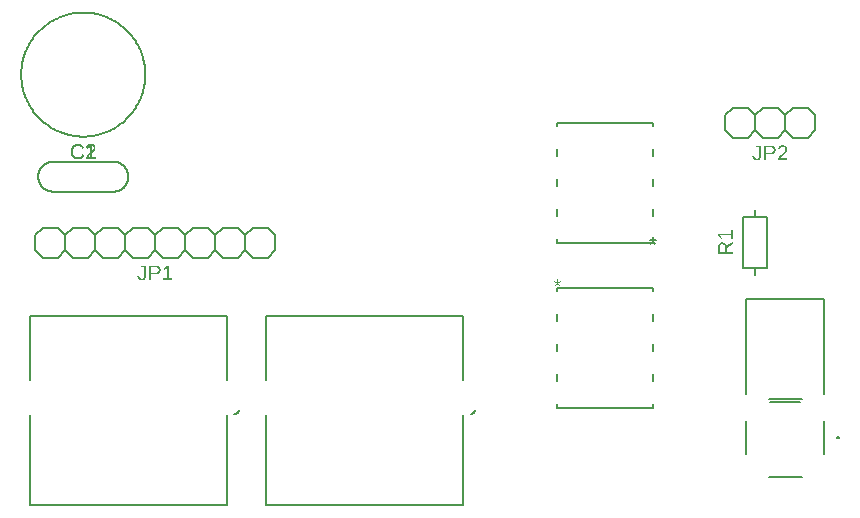
<source format=gbr>
G04 EAGLE Gerber RS-274X export*
G75*
%MOMM*%
%FSLAX34Y34*%
%LPD*%
%INSilkscreen Top*%
%IPPOS*%
%AMOC8*
5,1,8,0,0,1.08239X$1,22.5*%
G01*
G04 Define Apertures*
%ADD10C,0.127000*%
%ADD11C,0.152400*%
G36*
X61499Y311815D02*
X61041Y311827D01*
X60598Y311863D01*
X60171Y311924D01*
X59760Y312009D01*
X59364Y312118D01*
X58984Y312251D01*
X58620Y312408D01*
X58272Y312590D01*
X57941Y312794D01*
X57631Y313019D01*
X57341Y313265D01*
X57072Y313532D01*
X56822Y313819D01*
X56593Y314127D01*
X56385Y314456D01*
X56196Y314806D01*
X56029Y315174D01*
X55884Y315559D01*
X55761Y315961D01*
X55661Y316379D01*
X55583Y316814D01*
X55527Y317265D01*
X55493Y317733D01*
X55482Y318217D01*
X55488Y318581D01*
X55507Y318935D01*
X55538Y319279D01*
X55582Y319613D01*
X55638Y319937D01*
X55706Y320251D01*
X55787Y320555D01*
X55881Y320849D01*
X55987Y321133D01*
X56105Y321407D01*
X56379Y321925D01*
X56703Y322404D01*
X57076Y322842D01*
X57494Y323234D01*
X57950Y323574D01*
X58192Y323724D01*
X58444Y323861D01*
X58706Y323985D01*
X58977Y324096D01*
X59257Y324195D01*
X59548Y324279D01*
X59848Y324351D01*
X60157Y324410D01*
X60476Y324456D01*
X60805Y324489D01*
X61143Y324508D01*
X61491Y324515D01*
X61973Y324503D01*
X62435Y324467D01*
X62877Y324406D01*
X63299Y324322D01*
X63701Y324214D01*
X64082Y324081D01*
X64443Y323925D01*
X64784Y323744D01*
X65103Y323540D01*
X65401Y323312D01*
X65677Y323061D01*
X65931Y322787D01*
X66163Y322490D01*
X66373Y322169D01*
X66562Y321825D01*
X66728Y321458D01*
X65143Y320932D01*
X65027Y321194D01*
X64896Y321439D01*
X64748Y321669D01*
X64583Y321883D01*
X64403Y322081D01*
X64206Y322263D01*
X63993Y322429D01*
X63763Y322579D01*
X63520Y322713D01*
X63266Y322828D01*
X63001Y322926D01*
X62724Y323006D01*
X62437Y323068D01*
X62138Y323113D01*
X61829Y323139D01*
X61508Y323148D01*
X61010Y323128D01*
X60540Y323066D01*
X60099Y322963D01*
X59686Y322819D01*
X59302Y322633D01*
X58946Y322407D01*
X58619Y322139D01*
X58320Y321830D01*
X58053Y321485D01*
X57822Y321110D01*
X57626Y320704D01*
X57466Y320268D01*
X57341Y319801D01*
X57252Y319304D01*
X57199Y318776D01*
X57181Y318217D01*
X57200Y317664D01*
X57255Y317139D01*
X57348Y316641D01*
X57478Y316171D01*
X57645Y315729D01*
X57849Y315315D01*
X58090Y314928D01*
X58368Y314569D01*
X58678Y314246D01*
X59014Y313966D01*
X59376Y313729D01*
X59764Y313535D01*
X60178Y313384D01*
X60619Y313276D01*
X61085Y313211D01*
X61578Y313190D01*
X61897Y313200D01*
X62206Y313230D01*
X62505Y313280D01*
X62794Y313350D01*
X63073Y313441D01*
X63341Y313551D01*
X63600Y313681D01*
X63849Y313831D01*
X64087Y314002D01*
X64316Y314192D01*
X64534Y314403D01*
X64743Y314633D01*
X64941Y314884D01*
X65129Y315155D01*
X65307Y315445D01*
X65476Y315756D01*
X66842Y315073D01*
X66642Y314686D01*
X66422Y314324D01*
X66184Y313985D01*
X65926Y313669D01*
X65648Y313378D01*
X65352Y313111D01*
X65036Y312867D01*
X64701Y312647D01*
X64349Y312452D01*
X63983Y312283D01*
X63604Y312140D01*
X63210Y312023D01*
X62803Y311932D01*
X62383Y311867D01*
X61948Y311828D01*
X61499Y311815D01*
G37*
G36*
X76640Y311990D02*
X68906Y311990D01*
X68906Y313330D01*
X72051Y313330D01*
X72051Y322824D01*
X69265Y320836D01*
X69265Y322325D01*
X72182Y324331D01*
X73636Y324331D01*
X73636Y313330D01*
X76640Y313330D01*
X76640Y311990D01*
G37*
G36*
X123660Y209550D02*
X121987Y209550D01*
X121987Y221891D01*
X127181Y221891D01*
X127685Y221876D01*
X128160Y221830D01*
X128606Y221754D01*
X129022Y221648D01*
X129410Y221511D01*
X129767Y221344D01*
X130096Y221146D01*
X130395Y220919D01*
X130662Y220663D01*
X130893Y220383D01*
X131089Y220077D01*
X131249Y219747D01*
X131374Y219392D01*
X131463Y219012D01*
X131516Y218607D01*
X131534Y218177D01*
X131516Y217750D01*
X131462Y217346D01*
X131373Y216964D01*
X131248Y216605D01*
X131087Y216268D01*
X130891Y215954D01*
X130659Y215662D01*
X130391Y215392D01*
X130092Y215150D01*
X129768Y214940D01*
X129418Y214762D01*
X129043Y214617D01*
X128642Y214504D01*
X128216Y214423D01*
X127764Y214375D01*
X127286Y214358D01*
X123660Y214358D01*
X123660Y209550D01*
G37*
%LPC*%
G36*
X127049Y215681D02*
X127389Y215691D01*
X127706Y215720D01*
X128002Y215768D01*
X128276Y215836D01*
X128528Y215923D01*
X128757Y216030D01*
X128965Y216155D01*
X129152Y216301D01*
X129316Y216465D01*
X129458Y216649D01*
X129579Y216853D01*
X129677Y217075D01*
X129754Y217317D01*
X129808Y217579D01*
X129841Y217859D01*
X129852Y218160D01*
X129841Y218449D01*
X129807Y218720D01*
X129751Y218972D01*
X129673Y219206D01*
X129572Y219421D01*
X129448Y219617D01*
X129302Y219794D01*
X129134Y219953D01*
X128943Y220093D01*
X128730Y220214D01*
X128494Y220317D01*
X128236Y220401D01*
X127956Y220467D01*
X127653Y220513D01*
X127327Y220541D01*
X126979Y220551D01*
X123660Y220551D01*
X123660Y215681D01*
X127049Y215681D01*
G37*
%LPD*%
G36*
X141585Y209550D02*
X133851Y209550D01*
X133851Y210890D01*
X136995Y210890D01*
X136995Y220384D01*
X134210Y218396D01*
X134210Y219885D01*
X137126Y221891D01*
X138580Y221891D01*
X138580Y210890D01*
X141585Y210890D01*
X141585Y209550D01*
G37*
G36*
X115550Y209375D02*
X115168Y209388D01*
X114805Y209425D01*
X114463Y209489D01*
X114141Y209577D01*
X113839Y209691D01*
X113556Y209831D01*
X113294Y209995D01*
X113051Y210185D01*
X112828Y210400D01*
X112626Y210641D01*
X112443Y210907D01*
X112280Y211198D01*
X112137Y211514D01*
X112014Y211856D01*
X111910Y212223D01*
X111827Y212615D01*
X113465Y212887D01*
X113511Y212640D01*
X113568Y212407D01*
X113639Y212188D01*
X113721Y211983D01*
X113816Y211792D01*
X113923Y211614D01*
X114043Y211451D01*
X114174Y211302D01*
X114317Y211168D01*
X114468Y211053D01*
X114628Y210955D01*
X114796Y210875D01*
X114974Y210812D01*
X115160Y210768D01*
X115355Y210741D01*
X115558Y210732D01*
X115780Y210742D01*
X115990Y210772D01*
X116187Y210820D01*
X116373Y210889D01*
X116546Y210977D01*
X116708Y211085D01*
X116857Y211212D01*
X116995Y211359D01*
X117118Y211524D01*
X117225Y211708D01*
X117315Y211910D01*
X117389Y212130D01*
X117446Y212369D01*
X117487Y212626D01*
X117512Y212900D01*
X117520Y213194D01*
X117520Y220524D01*
X115147Y220524D01*
X115147Y221891D01*
X119184Y221891D01*
X119184Y213229D01*
X119169Y212792D01*
X119124Y212379D01*
X119048Y211990D01*
X118941Y211625D01*
X118805Y211284D01*
X118637Y210966D01*
X118440Y210673D01*
X118212Y210404D01*
X117958Y210163D01*
X117681Y209954D01*
X117382Y209777D01*
X117060Y209632D01*
X116716Y209520D01*
X116350Y209439D01*
X115961Y209391D01*
X115550Y209375D01*
G37*
G36*
X644360Y311150D02*
X642687Y311150D01*
X642687Y323491D01*
X647881Y323491D01*
X648385Y323476D01*
X648860Y323430D01*
X649306Y323354D01*
X649722Y323248D01*
X650110Y323111D01*
X650467Y322944D01*
X650796Y322746D01*
X651095Y322519D01*
X651362Y322263D01*
X651593Y321983D01*
X651789Y321677D01*
X651949Y321347D01*
X652074Y320992D01*
X652163Y320612D01*
X652216Y320207D01*
X652234Y319777D01*
X652216Y319350D01*
X652162Y318946D01*
X652073Y318564D01*
X651948Y318205D01*
X651787Y317868D01*
X651591Y317554D01*
X651359Y317262D01*
X651091Y316992D01*
X650792Y316750D01*
X650468Y316540D01*
X650118Y316362D01*
X649743Y316217D01*
X649342Y316104D01*
X648916Y316023D01*
X648464Y315975D01*
X647986Y315958D01*
X644360Y315958D01*
X644360Y311150D01*
G37*
%LPC*%
G36*
X647749Y317281D02*
X648089Y317291D01*
X648406Y317320D01*
X648702Y317368D01*
X648976Y317436D01*
X649228Y317523D01*
X649457Y317630D01*
X649665Y317755D01*
X649852Y317901D01*
X650016Y318065D01*
X650158Y318249D01*
X650279Y318453D01*
X650377Y318675D01*
X650454Y318917D01*
X650508Y319179D01*
X650541Y319459D01*
X650552Y319760D01*
X650541Y320049D01*
X650507Y320320D01*
X650451Y320572D01*
X650373Y320806D01*
X650272Y321021D01*
X650148Y321217D01*
X650002Y321394D01*
X649834Y321553D01*
X649643Y321693D01*
X649430Y321814D01*
X649194Y321917D01*
X648936Y322001D01*
X648656Y322067D01*
X648353Y322113D01*
X648027Y322141D01*
X647679Y322151D01*
X644360Y322151D01*
X644360Y317281D01*
X647749Y317281D01*
G37*
%LPD*%
G36*
X662258Y311150D02*
X654087Y311150D01*
X654087Y312262D01*
X654322Y312760D01*
X654582Y313227D01*
X654867Y313664D01*
X655177Y314071D01*
X655503Y314454D01*
X655837Y314818D01*
X656180Y315163D01*
X656530Y315490D01*
X657236Y316102D01*
X657936Y316668D01*
X658598Y317211D01*
X659193Y317754D01*
X659460Y318029D01*
X659700Y318310D01*
X659913Y318598D01*
X660099Y318893D01*
X660251Y319200D01*
X660359Y319528D01*
X660424Y319875D01*
X660445Y320241D01*
X660436Y320488D01*
X660408Y320721D01*
X660361Y320939D01*
X660296Y321143D01*
X660213Y321333D01*
X660110Y321509D01*
X659989Y321671D01*
X659850Y321818D01*
X659693Y321949D01*
X659523Y322063D01*
X659338Y322159D01*
X659138Y322238D01*
X658924Y322300D01*
X658695Y322343D01*
X658452Y322370D01*
X658194Y322378D01*
X657948Y322370D01*
X657713Y322344D01*
X657489Y322301D01*
X657276Y322242D01*
X657074Y322165D01*
X656883Y322071D01*
X656703Y321959D01*
X656535Y321831D01*
X656380Y321687D01*
X656242Y321530D01*
X656121Y321358D01*
X656017Y321173D01*
X655929Y320974D01*
X655859Y320761D01*
X655805Y320534D01*
X655768Y320294D01*
X654157Y320443D01*
X654215Y320803D01*
X654301Y321145D01*
X654415Y321468D01*
X654558Y321772D01*
X654730Y322057D01*
X654929Y322323D01*
X655157Y322570D01*
X655413Y322799D01*
X655693Y323004D01*
X655993Y323182D01*
X656312Y323333D01*
X656649Y323456D01*
X657007Y323552D01*
X657383Y323620D01*
X657779Y323661D01*
X658194Y323675D01*
X658647Y323661D01*
X659073Y323620D01*
X659472Y323551D01*
X659844Y323455D01*
X660189Y323331D01*
X660507Y323180D01*
X660798Y323001D01*
X661063Y322794D01*
X661298Y322563D01*
X661501Y322308D01*
X661674Y322030D01*
X661815Y321729D01*
X661925Y321405D01*
X662003Y321058D01*
X662050Y320687D01*
X662066Y320294D01*
X662045Y319935D01*
X661983Y319578D01*
X661881Y319222D01*
X661737Y318866D01*
X661553Y318512D01*
X661329Y318157D01*
X661065Y317802D01*
X660761Y317447D01*
X660363Y317044D01*
X659817Y316543D01*
X659123Y315945D01*
X658282Y315249D01*
X657804Y314847D01*
X657378Y314466D01*
X657003Y314105D01*
X656679Y313764D01*
X656402Y313437D01*
X656167Y313115D01*
X655973Y312800D01*
X655821Y312490D01*
X662258Y312490D01*
X662258Y311150D01*
G37*
G36*
X636250Y310975D02*
X635868Y310988D01*
X635505Y311025D01*
X635163Y311089D01*
X634841Y311177D01*
X634539Y311291D01*
X634256Y311431D01*
X633994Y311595D01*
X633751Y311785D01*
X633528Y312000D01*
X633326Y312241D01*
X633143Y312507D01*
X632980Y312798D01*
X632837Y313114D01*
X632714Y313456D01*
X632610Y313823D01*
X632527Y314215D01*
X634165Y314487D01*
X634211Y314240D01*
X634268Y314007D01*
X634339Y313788D01*
X634421Y313583D01*
X634516Y313392D01*
X634623Y313214D01*
X634743Y313051D01*
X634874Y312902D01*
X635017Y312768D01*
X635168Y312653D01*
X635328Y312555D01*
X635496Y312475D01*
X635674Y312412D01*
X635860Y312368D01*
X636055Y312341D01*
X636258Y312332D01*
X636480Y312342D01*
X636690Y312372D01*
X636887Y312420D01*
X637073Y312489D01*
X637246Y312577D01*
X637408Y312685D01*
X637557Y312812D01*
X637695Y312959D01*
X637818Y313124D01*
X637925Y313308D01*
X638015Y313510D01*
X638089Y313730D01*
X638146Y313969D01*
X638187Y314226D01*
X638212Y314500D01*
X638220Y314794D01*
X638220Y322124D01*
X635847Y322124D01*
X635847Y323491D01*
X639884Y323491D01*
X639884Y314829D01*
X639869Y314392D01*
X639824Y313979D01*
X639748Y313590D01*
X639641Y313225D01*
X639505Y312884D01*
X639337Y312566D01*
X639140Y312273D01*
X638912Y312004D01*
X638658Y311763D01*
X638381Y311554D01*
X638082Y311377D01*
X637760Y311232D01*
X637416Y311120D01*
X637050Y311039D01*
X636661Y310991D01*
X636250Y310975D01*
G37*
G36*
X615950Y231303D02*
X603609Y231303D01*
X603609Y237110D01*
X603624Y237616D01*
X603668Y238092D01*
X603740Y238539D01*
X603842Y238957D01*
X603974Y239344D01*
X604134Y239702D01*
X604323Y240030D01*
X604542Y240328D01*
X604787Y240594D01*
X605054Y240825D01*
X605344Y241020D01*
X605658Y241179D01*
X605994Y241303D01*
X606353Y241392D01*
X606734Y241445D01*
X607139Y241463D01*
X607476Y241450D01*
X607799Y241413D01*
X608109Y241350D01*
X608405Y241262D01*
X608687Y241150D01*
X608955Y241012D01*
X609210Y240849D01*
X609451Y240661D01*
X609675Y240451D01*
X609877Y240222D01*
X610057Y239975D01*
X610123Y239864D01*
X610215Y239708D01*
X610352Y239422D01*
X610468Y239117D01*
X610561Y238793D01*
X610634Y238450D01*
X612897Y239941D01*
X615950Y241953D01*
X615950Y240026D01*
X610826Y236821D01*
X610826Y232976D01*
X615950Y232976D01*
X615950Y231303D01*
G37*
%LPC*%
G36*
X609504Y232976D02*
X609504Y237013D01*
X609494Y237335D01*
X609465Y237637D01*
X609417Y237921D01*
X609349Y238186D01*
X609263Y238432D01*
X609156Y238660D01*
X609031Y238868D01*
X608886Y239058D01*
X608724Y239228D01*
X608547Y239375D01*
X608354Y239499D01*
X608145Y239600D01*
X607921Y239679D01*
X607682Y239736D01*
X607427Y239770D01*
X607156Y239781D01*
X606895Y239770D01*
X606650Y239735D01*
X606421Y239678D01*
X606207Y239598D01*
X606010Y239495D01*
X605829Y239370D01*
X605663Y239221D01*
X605514Y239050D01*
X605382Y238857D01*
X605267Y238644D01*
X605170Y238411D01*
X605091Y238157D01*
X605029Y237884D01*
X604985Y237590D01*
X604958Y237277D01*
X604949Y236943D01*
X604949Y232976D01*
X609504Y232976D01*
G37*
%LPD*%
G36*
X615950Y244166D02*
X614610Y244166D01*
X614610Y247311D01*
X605116Y247311D01*
X607104Y244525D01*
X605615Y244525D01*
X603609Y247442D01*
X603609Y248896D01*
X614610Y248896D01*
X614610Y251900D01*
X615950Y251900D01*
X615950Y244166D01*
G37*
G36*
X549703Y239469D02*
X548389Y241729D01*
X547023Y239487D01*
X545980Y240118D01*
X547636Y242290D01*
X545183Y242929D01*
X545577Y244103D01*
X547916Y243166D01*
X547811Y245767D01*
X549002Y245767D01*
X548888Y243183D01*
X551200Y244085D01*
X551595Y242929D01*
X549125Y242290D01*
X550745Y240100D01*
X549703Y239469D01*
G37*
G36*
X468945Y204417D02*
X467632Y206677D01*
X466265Y204435D01*
X465223Y205066D01*
X466878Y207238D01*
X464426Y207877D01*
X464820Y209051D01*
X467159Y208114D01*
X467054Y210715D01*
X468245Y210715D01*
X468131Y208131D01*
X470443Y209033D01*
X470837Y207877D01*
X468367Y207238D01*
X469988Y205048D01*
X468945Y204417D01*
G37*
G36*
X61499Y312245D02*
X61041Y312257D01*
X60598Y312293D01*
X60171Y312354D01*
X59760Y312439D01*
X59364Y312548D01*
X58984Y312681D01*
X58620Y312838D01*
X58272Y313020D01*
X57941Y313224D01*
X57631Y313449D01*
X57341Y313695D01*
X57072Y313962D01*
X56822Y314249D01*
X56593Y314557D01*
X56385Y314886D01*
X56196Y315236D01*
X56029Y315604D01*
X55884Y315989D01*
X55761Y316391D01*
X55661Y316809D01*
X55583Y317244D01*
X55527Y317695D01*
X55493Y318163D01*
X55482Y318647D01*
X55488Y319011D01*
X55507Y319365D01*
X55538Y319709D01*
X55582Y320043D01*
X55638Y320367D01*
X55706Y320681D01*
X55787Y320985D01*
X55881Y321279D01*
X55987Y321563D01*
X56105Y321837D01*
X56379Y322355D01*
X56703Y322834D01*
X57076Y323272D01*
X57494Y323664D01*
X57950Y324004D01*
X58192Y324154D01*
X58444Y324291D01*
X58706Y324415D01*
X58977Y324526D01*
X59257Y324625D01*
X59548Y324709D01*
X59848Y324781D01*
X60157Y324840D01*
X60476Y324886D01*
X60805Y324919D01*
X61143Y324938D01*
X61491Y324945D01*
X61973Y324933D01*
X62435Y324897D01*
X62877Y324836D01*
X63299Y324752D01*
X63701Y324644D01*
X64082Y324511D01*
X64443Y324355D01*
X64784Y324174D01*
X65103Y323970D01*
X65401Y323742D01*
X65677Y323491D01*
X65931Y323217D01*
X66163Y322920D01*
X66373Y322599D01*
X66562Y322255D01*
X66728Y321888D01*
X65143Y321362D01*
X65027Y321624D01*
X64896Y321869D01*
X64748Y322099D01*
X64583Y322313D01*
X64403Y322511D01*
X64206Y322693D01*
X63993Y322859D01*
X63763Y323009D01*
X63520Y323143D01*
X63266Y323258D01*
X63001Y323356D01*
X62724Y323436D01*
X62437Y323498D01*
X62138Y323543D01*
X61829Y323569D01*
X61508Y323578D01*
X61010Y323558D01*
X60540Y323496D01*
X60099Y323393D01*
X59686Y323249D01*
X59302Y323063D01*
X58946Y322837D01*
X58619Y322569D01*
X58320Y322260D01*
X58053Y321915D01*
X57822Y321540D01*
X57626Y321134D01*
X57466Y320698D01*
X57341Y320231D01*
X57252Y319734D01*
X57199Y319206D01*
X57181Y318647D01*
X57200Y318094D01*
X57255Y317569D01*
X57348Y317071D01*
X57478Y316601D01*
X57645Y316159D01*
X57849Y315745D01*
X58090Y315358D01*
X58368Y314999D01*
X58678Y314676D01*
X59014Y314396D01*
X59376Y314159D01*
X59764Y313965D01*
X60178Y313814D01*
X60619Y313706D01*
X61085Y313641D01*
X61578Y313620D01*
X61897Y313630D01*
X62206Y313660D01*
X62505Y313710D01*
X62794Y313780D01*
X63073Y313871D01*
X63341Y313981D01*
X63600Y314111D01*
X63849Y314261D01*
X64087Y314432D01*
X64316Y314622D01*
X64534Y314833D01*
X64743Y315063D01*
X64941Y315314D01*
X65129Y315585D01*
X65307Y315875D01*
X65476Y316186D01*
X66842Y315503D01*
X66642Y315116D01*
X66422Y314754D01*
X66184Y314415D01*
X65926Y314099D01*
X65648Y313808D01*
X65352Y313541D01*
X65036Y313297D01*
X64701Y313077D01*
X64349Y312882D01*
X63983Y312713D01*
X63604Y312570D01*
X63210Y312453D01*
X62803Y312362D01*
X62383Y312297D01*
X61948Y312258D01*
X61499Y312245D01*
G37*
G36*
X76614Y312420D02*
X68442Y312420D01*
X68442Y313532D01*
X68678Y314030D01*
X68938Y314497D01*
X69223Y314934D01*
X69533Y315341D01*
X69859Y315724D01*
X70193Y316088D01*
X70535Y316433D01*
X70886Y316760D01*
X71592Y317372D01*
X72292Y317938D01*
X72954Y318481D01*
X73548Y319024D01*
X73815Y319299D01*
X74055Y319580D01*
X74268Y319868D01*
X74455Y320163D01*
X74606Y320470D01*
X74714Y320798D01*
X74779Y321145D01*
X74801Y321511D01*
X74792Y321758D01*
X74764Y321991D01*
X74717Y322209D01*
X74652Y322413D01*
X74568Y322603D01*
X74466Y322779D01*
X74345Y322941D01*
X74205Y323088D01*
X74049Y323219D01*
X73878Y323333D01*
X73693Y323429D01*
X73494Y323508D01*
X73279Y323570D01*
X73051Y323613D01*
X72808Y323640D01*
X72550Y323648D01*
X72304Y323640D01*
X72068Y323614D01*
X71844Y323571D01*
X71631Y323512D01*
X71429Y323435D01*
X71239Y323341D01*
X71059Y323229D01*
X70890Y323101D01*
X70735Y322957D01*
X70598Y322800D01*
X70477Y322628D01*
X70372Y322443D01*
X70285Y322244D01*
X70214Y322031D01*
X70161Y321804D01*
X70124Y321564D01*
X68512Y321713D01*
X68570Y322073D01*
X68656Y322415D01*
X68771Y322738D01*
X68914Y323042D01*
X69085Y323327D01*
X69285Y323593D01*
X69513Y323840D01*
X69769Y324069D01*
X70049Y324274D01*
X70348Y324452D01*
X70667Y324603D01*
X71005Y324726D01*
X71362Y324822D01*
X71739Y324890D01*
X72135Y324931D01*
X72550Y324945D01*
X73003Y324931D01*
X73429Y324890D01*
X73828Y324821D01*
X74200Y324725D01*
X74545Y324601D01*
X74863Y324450D01*
X75154Y324271D01*
X75418Y324064D01*
X75653Y323833D01*
X75857Y323578D01*
X76029Y323300D01*
X76170Y322999D01*
X76280Y322675D01*
X76358Y322328D01*
X76405Y321957D01*
X76421Y321564D01*
X76401Y321205D01*
X76339Y320848D01*
X76236Y320492D01*
X76093Y320136D01*
X75909Y319782D01*
X75684Y319427D01*
X75420Y319072D01*
X75116Y318717D01*
X74718Y318314D01*
X74172Y317813D01*
X73479Y317215D01*
X72637Y316519D01*
X72160Y316117D01*
X71733Y315736D01*
X71358Y315375D01*
X71035Y315034D01*
X70758Y314707D01*
X70522Y314385D01*
X70329Y314070D01*
X70176Y313760D01*
X76614Y313760D01*
X76614Y312420D01*
G37*
D10*
X13540Y383540D02*
X13556Y384828D01*
X13603Y386116D01*
X13682Y387402D01*
X13793Y388686D01*
X13935Y389967D01*
X14108Y391243D01*
X14313Y392515D01*
X14549Y393782D01*
X14816Y395043D01*
X15113Y396296D01*
X15442Y397542D01*
X15801Y398780D01*
X16190Y400008D01*
X16609Y401227D01*
X17058Y402434D01*
X17536Y403631D01*
X18044Y404815D01*
X18581Y405987D01*
X19146Y407145D01*
X19739Y408288D01*
X20360Y409417D01*
X21009Y410530D01*
X21685Y411627D01*
X22388Y412707D01*
X23117Y413770D01*
X23872Y414814D01*
X24652Y415840D01*
X25457Y416846D01*
X26287Y417832D01*
X27140Y418797D01*
X28017Y419741D01*
X28917Y420663D01*
X29839Y421563D01*
X30783Y422440D01*
X31748Y423293D01*
X32734Y424123D01*
X33740Y424928D01*
X34766Y425708D01*
X35810Y426463D01*
X36873Y427192D01*
X37953Y427895D01*
X39050Y428571D01*
X40163Y429220D01*
X41292Y429841D01*
X42435Y430434D01*
X43593Y430999D01*
X44765Y431536D01*
X45949Y432044D01*
X47146Y432522D01*
X48353Y432971D01*
X49572Y433390D01*
X50800Y433779D01*
X52038Y434138D01*
X53284Y434467D01*
X54537Y434764D01*
X55798Y435031D01*
X57065Y435267D01*
X58337Y435472D01*
X59613Y435645D01*
X60894Y435787D01*
X62178Y435898D01*
X63464Y435977D01*
X64752Y436024D01*
X66040Y436040D01*
X67328Y436024D01*
X68616Y435977D01*
X69902Y435898D01*
X71186Y435787D01*
X72467Y435645D01*
X73743Y435472D01*
X75015Y435267D01*
X76282Y435031D01*
X77543Y434764D01*
X78796Y434467D01*
X80042Y434138D01*
X81280Y433779D01*
X82508Y433390D01*
X83727Y432971D01*
X84934Y432522D01*
X86131Y432044D01*
X87315Y431536D01*
X88487Y430999D01*
X89645Y430434D01*
X90788Y429841D01*
X91917Y429220D01*
X93030Y428571D01*
X94127Y427895D01*
X95207Y427192D01*
X96270Y426463D01*
X97314Y425708D01*
X98340Y424928D01*
X99346Y424123D01*
X100332Y423293D01*
X101297Y422440D01*
X102241Y421563D01*
X103163Y420663D01*
X104063Y419741D01*
X104940Y418797D01*
X105793Y417832D01*
X106623Y416846D01*
X107428Y415840D01*
X108208Y414814D01*
X108963Y413770D01*
X109692Y412707D01*
X110395Y411627D01*
X111071Y410530D01*
X111720Y409417D01*
X112341Y408288D01*
X112934Y407145D01*
X113499Y405987D01*
X114036Y404815D01*
X114544Y403631D01*
X115022Y402434D01*
X115471Y401227D01*
X115890Y400008D01*
X116279Y398780D01*
X116638Y397542D01*
X116967Y396296D01*
X117264Y395043D01*
X117531Y393782D01*
X117767Y392515D01*
X117972Y391243D01*
X118145Y389967D01*
X118287Y388686D01*
X118398Y387402D01*
X118477Y386116D01*
X118524Y384828D01*
X118540Y383540D01*
X118524Y382252D01*
X118477Y380964D01*
X118398Y379678D01*
X118287Y378394D01*
X118145Y377113D01*
X117972Y375837D01*
X117767Y374565D01*
X117531Y373298D01*
X117264Y372037D01*
X116967Y370784D01*
X116638Y369538D01*
X116279Y368300D01*
X115890Y367072D01*
X115471Y365853D01*
X115022Y364646D01*
X114544Y363449D01*
X114036Y362265D01*
X113499Y361093D01*
X112934Y359935D01*
X112341Y358792D01*
X111720Y357663D01*
X111071Y356550D01*
X110395Y355453D01*
X109692Y354373D01*
X108963Y353310D01*
X108208Y352266D01*
X107428Y351240D01*
X106623Y350234D01*
X105793Y349248D01*
X104940Y348283D01*
X104063Y347339D01*
X103163Y346417D01*
X102241Y345517D01*
X101297Y344640D01*
X100332Y343787D01*
X99346Y342957D01*
X98340Y342152D01*
X97314Y341372D01*
X96270Y340617D01*
X95207Y339888D01*
X94127Y339185D01*
X93030Y338509D01*
X91917Y337860D01*
X90788Y337239D01*
X89645Y336646D01*
X88487Y336081D01*
X87315Y335544D01*
X86131Y335036D01*
X84934Y334558D01*
X83727Y334109D01*
X82508Y333690D01*
X81280Y333301D01*
X80042Y332942D01*
X78796Y332613D01*
X77543Y332316D01*
X76282Y332049D01*
X75015Y331813D01*
X73743Y331608D01*
X72467Y331435D01*
X71186Y331293D01*
X69902Y331182D01*
X68616Y331103D01*
X67328Y331056D01*
X66040Y331040D01*
X64752Y331056D01*
X63464Y331103D01*
X62178Y331182D01*
X60894Y331293D01*
X59613Y331435D01*
X58337Y331608D01*
X57065Y331813D01*
X55798Y332049D01*
X54537Y332316D01*
X53284Y332613D01*
X52038Y332942D01*
X50800Y333301D01*
X49572Y333690D01*
X48353Y334109D01*
X47146Y334558D01*
X45949Y335036D01*
X44765Y335544D01*
X43593Y336081D01*
X42435Y336646D01*
X41292Y337239D01*
X40163Y337860D01*
X39050Y338509D01*
X37953Y339185D01*
X36873Y339888D01*
X35810Y340617D01*
X34766Y341372D01*
X33740Y342152D01*
X32734Y342957D01*
X31748Y343787D01*
X30783Y344640D01*
X29839Y345517D01*
X28917Y346417D01*
X28017Y347339D01*
X27140Y348283D01*
X26287Y349248D01*
X25457Y350234D01*
X24652Y351240D01*
X23872Y352266D01*
X23117Y353310D01*
X22388Y354373D01*
X21685Y355453D01*
X21009Y356550D01*
X20360Y357663D01*
X19739Y358792D01*
X19146Y359935D01*
X18581Y361093D01*
X18044Y362265D01*
X17536Y363449D01*
X17058Y364646D01*
X16609Y365853D01*
X16190Y367072D01*
X15801Y368300D01*
X15442Y369538D01*
X15113Y370784D01*
X14816Y372037D01*
X14549Y373298D01*
X14313Y374565D01*
X14108Y375837D01*
X13935Y377113D01*
X13793Y378394D01*
X13682Y379678D01*
X13603Y380964D01*
X13556Y382252D01*
X13540Y383540D01*
D11*
X57150Y228600D02*
X69850Y228600D01*
X57150Y228600D02*
X50800Y234950D01*
X50800Y247650D01*
X57150Y254000D01*
X95250Y228600D02*
X101600Y234950D01*
X95250Y228600D02*
X82550Y228600D01*
X76200Y234950D01*
X76200Y247650D01*
X82550Y254000D01*
X95250Y254000D01*
X101600Y247650D01*
X76200Y234950D02*
X69850Y228600D01*
X76200Y247650D02*
X69850Y254000D01*
X57150Y254000D01*
X133350Y228600D02*
X146050Y228600D01*
X133350Y228600D02*
X127000Y234950D01*
X127000Y247650D01*
X133350Y254000D01*
X127000Y234950D02*
X120650Y228600D01*
X107950Y228600D01*
X101600Y234950D01*
X101600Y247650D01*
X107950Y254000D01*
X120650Y254000D01*
X127000Y247650D01*
X171450Y228600D02*
X177800Y234950D01*
X171450Y228600D02*
X158750Y228600D01*
X152400Y234950D01*
X152400Y247650D01*
X158750Y254000D01*
X171450Y254000D01*
X177800Y247650D01*
X152400Y234950D02*
X146050Y228600D01*
X152400Y247650D02*
X146050Y254000D01*
X133350Y254000D01*
X209550Y228600D02*
X222250Y228600D01*
X209550Y228600D02*
X203200Y234950D01*
X203200Y247650D01*
X209550Y254000D01*
X203200Y234950D02*
X196850Y228600D01*
X184150Y228600D01*
X177800Y234950D01*
X177800Y247650D01*
X184150Y254000D01*
X196850Y254000D01*
X203200Y247650D01*
X228600Y247650D02*
X228600Y234950D01*
X222250Y228600D01*
X228600Y247650D02*
X222250Y254000D01*
X209550Y254000D01*
X44450Y228600D02*
X31750Y228600D01*
X25400Y234950D01*
X25400Y247650D01*
X31750Y254000D01*
X50800Y234950D02*
X44450Y228600D01*
X50800Y247650D02*
X44450Y254000D01*
X31750Y254000D01*
X666750Y330200D02*
X679450Y330200D01*
X666750Y330200D02*
X660400Y336550D01*
X660400Y349250D01*
X666750Y355600D01*
X660400Y336550D02*
X654050Y330200D01*
X641350Y330200D01*
X635000Y336550D01*
X635000Y349250D01*
X641350Y355600D01*
X654050Y355600D01*
X660400Y349250D01*
X685800Y349250D02*
X685800Y336550D01*
X679450Y330200D01*
X685800Y349250D02*
X679450Y355600D01*
X666750Y355600D01*
X635000Y336550D02*
X628650Y330200D01*
X615950Y330200D01*
X609600Y336550D01*
X609600Y349250D01*
X615950Y355600D01*
X628650Y355600D01*
X635000Y349250D01*
D10*
X624850Y219700D02*
X645150Y219700D01*
X645150Y262900D01*
X624850Y262900D01*
X624850Y219700D01*
X635000Y219700D02*
X635000Y213940D01*
X635000Y262900D02*
X635000Y268660D01*
D11*
X548640Y342900D02*
X467360Y342900D01*
X467360Y339801D01*
X467360Y241300D02*
X548640Y241300D01*
X548640Y244069D01*
X548640Y263931D02*
X548640Y269799D01*
X548640Y289001D02*
X548640Y295199D01*
X548640Y314401D02*
X548640Y320599D01*
X548640Y339801D02*
X548640Y342900D01*
X467360Y320599D02*
X467360Y314401D01*
X467360Y295199D02*
X467360Y289001D01*
X467360Y269799D02*
X467360Y263601D01*
X467360Y244399D02*
X467360Y241300D01*
X467360Y101600D02*
X548640Y101600D01*
X548640Y104699D01*
X548640Y203200D02*
X467360Y203200D01*
X467360Y200431D01*
X467360Y180569D02*
X467360Y174701D01*
X467360Y155499D02*
X467360Y149301D01*
X467360Y130099D02*
X467360Y123901D01*
X467360Y104699D02*
X467360Y101600D01*
X548640Y123901D02*
X548640Y130099D01*
X548640Y149301D02*
X548640Y155499D01*
X548640Y174701D02*
X548640Y180899D01*
X548640Y200101D02*
X548640Y203200D01*
X387570Y19330D02*
X221030Y19330D01*
X387570Y19330D02*
X387570Y95530D01*
X387570Y178870D02*
X221030Y178870D01*
X221030Y124870D01*
X221030Y95530D02*
X221030Y19330D01*
X387570Y124870D02*
X387570Y178870D01*
X397669Y99318D02*
X397645Y99198D01*
X397617Y99079D01*
X397585Y98961D01*
X397549Y98844D01*
X397510Y98728D01*
X397467Y98614D01*
X397420Y98500D01*
X397370Y98389D01*
X397316Y98279D01*
X397259Y98171D01*
X397198Y98064D01*
X397134Y97960D01*
X397067Y97858D01*
X396996Y97758D01*
X396922Y97660D01*
X396846Y97565D01*
X396766Y97473D01*
X396683Y97382D01*
X396597Y97295D01*
X396509Y97210D01*
X396418Y97129D01*
X396324Y97050D01*
X396228Y96974D01*
X396130Y96901D01*
X396029Y96832D01*
X395926Y96766D01*
X395821Y96703D01*
X395714Y96643D01*
X395605Y96587D01*
X395495Y96535D01*
X395382Y96486D01*
X395269Y96440D01*
X395154Y96399D01*
X395037Y96361D01*
X394920Y96326D01*
X394801Y96296D01*
X394682Y96269D01*
X394562Y96246D01*
X394441Y96227D01*
X394319Y96212D01*
X394197Y96201D01*
X394075Y96194D01*
X187570Y19330D02*
X21030Y19330D01*
X187570Y19330D02*
X187570Y95530D01*
X187570Y178870D02*
X21030Y178870D01*
X21030Y124870D01*
X21030Y95530D02*
X21030Y19330D01*
X187570Y124870D02*
X187570Y178870D01*
X197669Y99318D02*
X197645Y99198D01*
X197617Y99079D01*
X197585Y98961D01*
X197549Y98844D01*
X197510Y98728D01*
X197467Y98614D01*
X197420Y98500D01*
X197370Y98389D01*
X197316Y98279D01*
X197259Y98171D01*
X197198Y98064D01*
X197134Y97960D01*
X197067Y97858D01*
X196996Y97758D01*
X196922Y97660D01*
X196846Y97565D01*
X196766Y97473D01*
X196683Y97382D01*
X196597Y97295D01*
X196509Y97210D01*
X196418Y97129D01*
X196324Y97050D01*
X196228Y96974D01*
X196130Y96901D01*
X196029Y96832D01*
X195926Y96766D01*
X195821Y96703D01*
X195714Y96643D01*
X195605Y96587D01*
X195495Y96535D01*
X195382Y96486D01*
X195269Y96440D01*
X195154Y96399D01*
X195037Y96361D01*
X194920Y96326D01*
X194801Y96296D01*
X194682Y96269D01*
X194562Y96246D01*
X194441Y96227D01*
X194319Y96212D01*
X194197Y96201D01*
X194075Y96194D01*
X647631Y106680D02*
X673169Y106680D01*
X693420Y112882D02*
X693420Y193802D01*
X627380Y193802D01*
X627380Y112882D01*
X646282Y43180D02*
X674518Y43180D01*
X693420Y62082D02*
X693420Y90318D01*
X674518Y109220D02*
X646282Y109220D01*
X627380Y90318D02*
X627380Y62082D01*
X704088Y76200D02*
X704090Y76146D01*
X704096Y76092D01*
X704105Y76038D01*
X704119Y75985D01*
X704136Y75934D01*
X704157Y75883D01*
X704181Y75835D01*
X704209Y75788D01*
X704240Y75743D01*
X704274Y75701D01*
X704311Y75661D01*
X704351Y75624D01*
X704393Y75590D01*
X704438Y75559D01*
X704485Y75531D01*
X704533Y75507D01*
X704584Y75486D01*
X704635Y75469D01*
X704688Y75455D01*
X704742Y75446D01*
X704796Y75440D01*
X704850Y75438D01*
X704904Y75440D01*
X704958Y75446D01*
X705012Y75455D01*
X705065Y75469D01*
X705116Y75486D01*
X705167Y75507D01*
X705215Y75531D01*
X705262Y75559D01*
X705307Y75590D01*
X705349Y75624D01*
X705389Y75661D01*
X705426Y75701D01*
X705460Y75743D01*
X705491Y75788D01*
X705519Y75835D01*
X705543Y75883D01*
X705564Y75934D01*
X705581Y75985D01*
X705595Y76038D01*
X705604Y76092D01*
X705610Y76146D01*
X705612Y76200D01*
X705610Y76254D01*
X705604Y76308D01*
X705595Y76362D01*
X705581Y76415D01*
X705564Y76466D01*
X705543Y76517D01*
X705519Y76565D01*
X705491Y76612D01*
X705460Y76657D01*
X705426Y76699D01*
X705389Y76739D01*
X705349Y76776D01*
X705307Y76810D01*
X705262Y76841D01*
X705215Y76869D01*
X705167Y76893D01*
X705116Y76914D01*
X705065Y76931D01*
X705012Y76945D01*
X704958Y76954D01*
X704904Y76960D01*
X704850Y76962D01*
X704796Y76960D01*
X704742Y76954D01*
X704688Y76945D01*
X704635Y76931D01*
X704584Y76914D01*
X704533Y76893D01*
X704485Y76869D01*
X704438Y76841D01*
X704393Y76810D01*
X704351Y76776D01*
X704311Y76739D01*
X704274Y76699D01*
X704240Y76657D01*
X704209Y76612D01*
X704181Y76565D01*
X704157Y76517D01*
X704136Y76466D01*
X704119Y76415D01*
X704105Y76362D01*
X704096Y76308D01*
X704090Y76254D01*
X704088Y76200D01*
X91440Y309880D02*
X40640Y309880D01*
X91440Y309880D02*
X91749Y309876D01*
X92058Y309865D01*
X92367Y309846D01*
X92675Y309820D01*
X92983Y309786D01*
X93289Y309745D01*
X93595Y309696D01*
X93899Y309640D01*
X94201Y309576D01*
X94502Y309505D01*
X94802Y309427D01*
X95099Y309342D01*
X95394Y309249D01*
X95687Y309149D01*
X95977Y309042D01*
X96264Y308928D01*
X96549Y308807D01*
X96831Y308679D01*
X97109Y308545D01*
X97384Y308403D01*
X97656Y308255D01*
X97923Y308100D01*
X98187Y307939D01*
X98447Y307772D01*
X98703Y307598D01*
X98955Y307418D01*
X99202Y307232D01*
X99444Y307040D01*
X99682Y306842D01*
X99915Y306639D01*
X100143Y306429D01*
X100365Y306215D01*
X100583Y305995D01*
X100795Y305769D01*
X101001Y305539D01*
X101202Y305304D01*
X101397Y305064D01*
X101586Y304819D01*
X101769Y304570D01*
X101946Y304316D01*
X102116Y304058D01*
X102281Y303796D01*
X102439Y303530D01*
X102590Y303260D01*
X102735Y302987D01*
X102873Y302710D01*
X103004Y302430D01*
X103128Y302147D01*
X103246Y301861D01*
X103356Y301572D01*
X103460Y301281D01*
X103556Y300987D01*
X103645Y300691D01*
X103727Y300392D01*
X103802Y300092D01*
X103869Y299790D01*
X103929Y299487D01*
X103981Y299182D01*
X104026Y298876D01*
X104064Y298569D01*
X104094Y298261D01*
X104116Y297953D01*
X104132Y297644D01*
X104139Y297335D01*
X104139Y297025D01*
X104132Y296716D01*
X104116Y296407D01*
X104094Y296099D01*
X104064Y295791D01*
X104026Y295484D01*
X103981Y295178D01*
X103929Y294873D01*
X103869Y294570D01*
X103802Y294268D01*
X103727Y293968D01*
X103645Y293669D01*
X103556Y293373D01*
X103460Y293079D01*
X103356Y292788D01*
X103246Y292499D01*
X103128Y292213D01*
X103004Y291930D01*
X102873Y291650D01*
X102735Y291373D01*
X102590Y291100D01*
X102439Y290830D01*
X102281Y290564D01*
X102116Y290302D01*
X101946Y290044D01*
X101769Y289790D01*
X101586Y289541D01*
X101397Y289296D01*
X101202Y289056D01*
X101001Y288821D01*
X100795Y288591D01*
X100583Y288365D01*
X100365Y288145D01*
X100143Y287931D01*
X99915Y287721D01*
X99682Y287518D01*
X99444Y287320D01*
X99202Y287128D01*
X98955Y286942D01*
X98703Y286762D01*
X98447Y286588D01*
X98187Y286421D01*
X97923Y286260D01*
X97656Y286105D01*
X97384Y285957D01*
X97109Y285815D01*
X96831Y285681D01*
X96549Y285553D01*
X96264Y285432D01*
X95977Y285318D01*
X95687Y285211D01*
X95394Y285111D01*
X95099Y285018D01*
X94802Y284933D01*
X94502Y284855D01*
X94201Y284784D01*
X93899Y284720D01*
X93595Y284664D01*
X93289Y284615D01*
X92983Y284574D01*
X92675Y284540D01*
X92367Y284514D01*
X92058Y284495D01*
X91749Y284484D01*
X91440Y284480D01*
X40640Y284480D01*
X40331Y284484D01*
X40022Y284495D01*
X39713Y284514D01*
X39405Y284540D01*
X39097Y284574D01*
X38791Y284615D01*
X38485Y284664D01*
X38181Y284720D01*
X37879Y284784D01*
X37578Y284855D01*
X37278Y284933D01*
X36981Y285018D01*
X36686Y285111D01*
X36393Y285211D01*
X36103Y285318D01*
X35816Y285432D01*
X35531Y285553D01*
X35249Y285681D01*
X34971Y285815D01*
X34696Y285957D01*
X34424Y286105D01*
X34157Y286260D01*
X33893Y286421D01*
X33633Y286588D01*
X33377Y286762D01*
X33125Y286942D01*
X32878Y287128D01*
X32636Y287320D01*
X32398Y287518D01*
X32165Y287721D01*
X31937Y287931D01*
X31715Y288145D01*
X31497Y288365D01*
X31285Y288591D01*
X31079Y288821D01*
X30878Y289056D01*
X30683Y289296D01*
X30494Y289541D01*
X30311Y289790D01*
X30134Y290044D01*
X29964Y290302D01*
X29799Y290564D01*
X29641Y290830D01*
X29490Y291100D01*
X29345Y291373D01*
X29207Y291650D01*
X29076Y291930D01*
X28952Y292213D01*
X28834Y292499D01*
X28724Y292788D01*
X28620Y293079D01*
X28524Y293373D01*
X28435Y293669D01*
X28353Y293968D01*
X28278Y294268D01*
X28211Y294570D01*
X28151Y294873D01*
X28099Y295178D01*
X28054Y295484D01*
X28016Y295791D01*
X27986Y296099D01*
X27964Y296407D01*
X27948Y296716D01*
X27941Y297025D01*
X27941Y297335D01*
X27948Y297644D01*
X27964Y297953D01*
X27986Y298261D01*
X28016Y298569D01*
X28054Y298876D01*
X28099Y299182D01*
X28151Y299487D01*
X28211Y299790D01*
X28278Y300092D01*
X28353Y300392D01*
X28435Y300691D01*
X28524Y300987D01*
X28620Y301281D01*
X28724Y301572D01*
X28834Y301861D01*
X28952Y302147D01*
X29076Y302430D01*
X29207Y302710D01*
X29345Y302987D01*
X29490Y303260D01*
X29641Y303530D01*
X29799Y303796D01*
X29964Y304058D01*
X30134Y304316D01*
X30311Y304570D01*
X30494Y304819D01*
X30683Y305064D01*
X30878Y305304D01*
X31079Y305539D01*
X31285Y305769D01*
X31497Y305995D01*
X31715Y306215D01*
X31937Y306429D01*
X32165Y306639D01*
X32398Y306842D01*
X32636Y307040D01*
X32878Y307232D01*
X33125Y307418D01*
X33377Y307598D01*
X33633Y307772D01*
X33893Y307939D01*
X34157Y308100D01*
X34424Y308255D01*
X34696Y308403D01*
X34971Y308545D01*
X35249Y308679D01*
X35531Y308807D01*
X35816Y308928D01*
X36103Y309042D01*
X36393Y309149D01*
X36686Y309249D01*
X36981Y309342D01*
X37278Y309427D01*
X37578Y309505D01*
X37879Y309576D01*
X38181Y309640D01*
X38485Y309696D01*
X38791Y309745D01*
X39097Y309786D01*
X39405Y309820D01*
X39713Y309846D01*
X40022Y309865D01*
X40331Y309876D01*
X40640Y309880D01*
M02*

</source>
